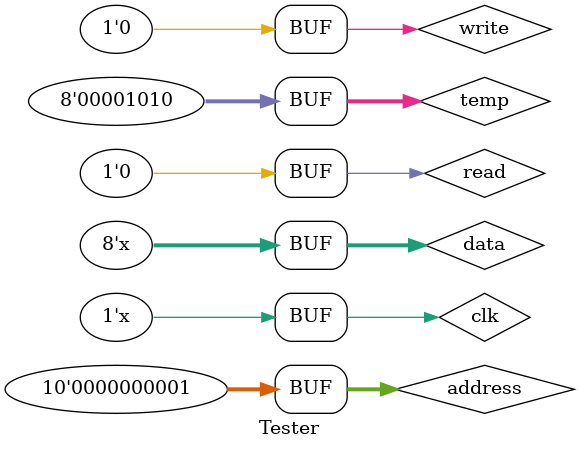
<source format=v>
`timescale 1ns / 1ps


module Tester;

	// Inputs
	reg [9:0] address;
	reg read;
	reg write;
	reg clk;

	// Bidirs
	wire [7:0] data;

	// Instantiate the Unit Under Test (UUT)
	RAMblock uut (
		.address(address), 
		.data(data), 
		.read(read), 
		.write(write),
		.clk(clk)
	);

	assign data = write ? temp : 8'bz;

	reg [7:0] temp;
	
	always begin
		clk = ~clk;
		#10;
	end

	initial begin
		// Initialize Inputs
		address = 0;
		read = 0;
		write = 0;
		clk = 0;

		// Wait 100 ns for global reset to finish
		#100;
        
		// Add stimulus here
		
		
		address = 1;
		temp = 5;
		#10
		write = 1;
		
		#100
		write = 0;
		temp = 0;
		#100
		address = 2;
		temp = 10;
		#10
		write = 1;
		#100
		write =0;
		#100
		address = 1;
		#100
		read = 1;
		#100
		read = 0;
		
		

	end
      
endmodule


</source>
